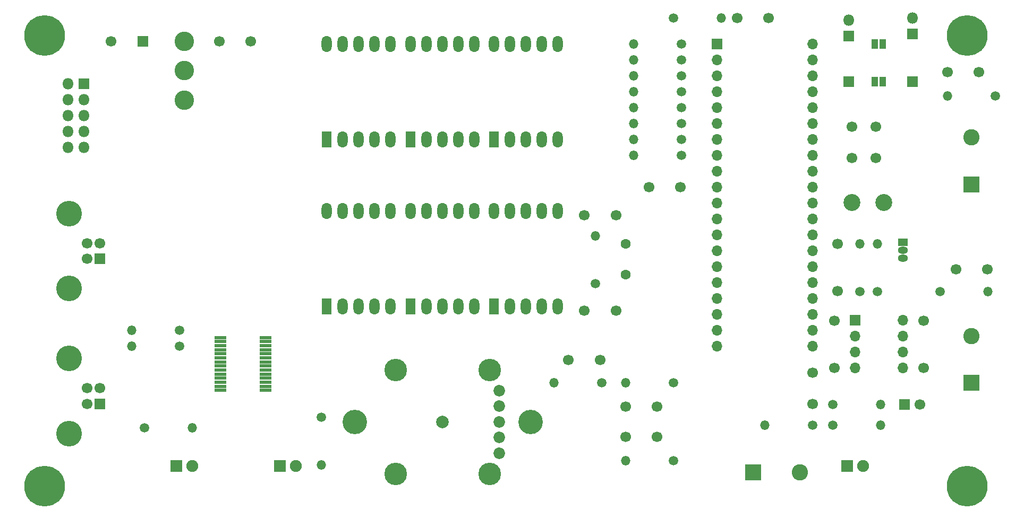
<source format=gbr>
%TF.GenerationSoftware,KiCad,Pcbnew,(5.1.6)-1*%
%TF.CreationDate,2020-10-11T17:06:20+02:00*%
%TF.ProjectId,Solaranlage,536f6c61-7261-46e6-9c61-67652e6b6963,rev?*%
%TF.SameCoordinates,Original*%
%TF.FileFunction,Soldermask,Top*%
%TF.FilePolarity,Negative*%
%FSLAX46Y46*%
G04 Gerber Fmt 4.6, Leading zero omitted, Abs format (unit mm)*
G04 Created by KiCad (PCBNEW (5.1.6)-1) date 2020-10-11 17:06:20*
%MOMM*%
%LPD*%
G01*
G04 APERTURE LIST*
%ADD10O,1.500000X1.500000*%
%ADD11C,1.500000*%
%ADD12R,1.600000X1.150000*%
%ADD13O,1.600000X1.150000*%
%ADD14C,1.700000*%
%ADD15R,1.700000X1.700000*%
%ADD16O,1.700000X1.700000*%
%ADD17C,1.600000*%
%ADD18C,3.100000*%
%ADD19C,2.700000*%
%ADD20O,1.800000X1.800000*%
%ADD21R,1.800000X1.800000*%
%ADD22C,1.900000*%
%ADD23R,1.900000X1.900000*%
%ADD24R,1.100000X1.600000*%
%ADD25C,3.900000*%
%ADD26C,4.100000*%
%ADD27R,1.850000X0.550000*%
%ADD28C,2.600000*%
%ADD29R,2.600000X2.600000*%
%ADD30C,3.600000*%
%ADD31C,2.000000*%
%ADD32C,1.850000*%
%ADD33C,0.900000*%
%ADD34C,6.500000*%
%ADD35R,1.624000X2.624000*%
%ADD36O,1.624000X2.624000*%
G04 APERTURE END LIST*
D10*
%TO.C,R24*%
X208788000Y-120650000D03*
D11*
X201168000Y-120650000D03*
%TD*%
D12*
%TO.C,Q1*%
X212344000Y-94742000D03*
D13*
X212344000Y-97282000D03*
X212344000Y-96012000D03*
%TD*%
D14*
%TO.C,C17*%
X201422000Y-107308000D03*
X201422000Y-114808000D03*
%TD*%
%TO.C,C16*%
X215098000Y-120650000D03*
D15*
X212598000Y-120650000D03*
%TD*%
D14*
%TO.C,C1*%
X215646000Y-107308000D03*
X215646000Y-114808000D03*
%TD*%
%TO.C,C15*%
X201930000Y-102496000D03*
X201930000Y-94996000D03*
%TD*%
D16*
%TO.C,U10*%
X212344000Y-107188000D03*
X204724000Y-114808000D03*
X212344000Y-109728000D03*
X204724000Y-112268000D03*
X212344000Y-112268000D03*
X204724000Y-109728000D03*
X212344000Y-114808000D03*
D15*
X204724000Y-107188000D03*
%TD*%
D10*
%TO.C,R23*%
X208280000Y-94976000D03*
D11*
X208280000Y-102596000D03*
%TD*%
D10*
%TO.C,R22*%
X205486000Y-94976000D03*
D11*
X205486000Y-102596000D03*
%TD*%
D17*
%TO.C,Y1*%
X168148000Y-99896000D03*
X168148000Y-94996000D03*
%TD*%
D18*
%TO.C,SW2*%
X97795000Y-72010000D03*
X97795000Y-67310000D03*
X97795000Y-62610000D03*
%TD*%
D14*
%TO.C,C14*%
X171938000Y-85948000D03*
X176938000Y-85948000D03*
%TD*%
D10*
%TO.C,R21*%
X163322000Y-93726000D03*
D11*
X163322000Y-101346000D03*
%TD*%
D14*
%TO.C,C13*%
X166624000Y-105664000D03*
X161624000Y-105664000D03*
%TD*%
%TO.C,C12*%
X161624000Y-90424000D03*
X166624000Y-90424000D03*
%TD*%
D19*
%TO.C,L1*%
X204296000Y-88392000D03*
X209296000Y-88392000D03*
%TD*%
D14*
%TO.C,C11*%
X208026000Y-76280000D03*
X208026000Y-81280000D03*
%TD*%
%TO.C,C2*%
X204216000Y-76280000D03*
X204216000Y-81280000D03*
%TD*%
D20*
%TO.C,J7*%
X213868000Y-58928000D03*
D21*
X213868000Y-61468000D03*
%TD*%
D10*
%TO.C,R20*%
X208788000Y-123952000D03*
D11*
X201168000Y-123952000D03*
%TD*%
D22*
%TO.C,D3*%
X205994000Y-130429000D03*
D23*
X203454000Y-130429000D03*
%TD*%
D20*
%TO.C,J9*%
X203708000Y-59227000D03*
D21*
X203708000Y-61767000D03*
%TD*%
D24*
%TO.C,JP2*%
X209184000Y-69088000D03*
X207884000Y-69088000D03*
%TD*%
%TO.C,JP1*%
X209184000Y-63037000D03*
X207884000Y-63037000D03*
%TD*%
D21*
%TO.C,J10*%
X203708000Y-69088000D03*
%TD*%
%TO.C,J8*%
X213868000Y-69088000D03*
%TD*%
D25*
%TO.C,H6*%
X125008000Y-123413000D03*
%TD*%
%TO.C,H5*%
X153008000Y-123413000D03*
%TD*%
D26*
%TO.C,J4*%
X79468000Y-125273000D03*
X79468000Y-113273000D03*
D14*
X82328000Y-120523000D03*
X82328000Y-118023000D03*
X84328000Y-118023000D03*
D15*
X84328000Y-120523000D03*
%TD*%
D26*
%TO.C,J5*%
X79468000Y-102128000D03*
X79468000Y-90128000D03*
D14*
X82328000Y-97378000D03*
X82328000Y-94878000D03*
X84328000Y-94878000D03*
D15*
X84328000Y-97378000D03*
%TD*%
D27*
%TO.C,U8*%
X103588000Y-118398000D03*
X103588000Y-117748000D03*
X103588000Y-117098000D03*
X103588000Y-116448000D03*
X103588000Y-115798000D03*
X103588000Y-115148000D03*
X103588000Y-114498000D03*
X103588000Y-113848000D03*
X103588000Y-113198000D03*
X103588000Y-112548000D03*
X103588000Y-111898000D03*
X103588000Y-111248000D03*
X103588000Y-110598000D03*
X103588000Y-109948000D03*
X110788000Y-109948000D03*
X110788000Y-110598000D03*
X110788000Y-111248000D03*
X110788000Y-111898000D03*
X110788000Y-112548000D03*
X110788000Y-113198000D03*
X110788000Y-113848000D03*
X110788000Y-114498000D03*
X110788000Y-115148000D03*
X110788000Y-115798000D03*
X110788000Y-116448000D03*
X110788000Y-117098000D03*
X110788000Y-117748000D03*
X110788000Y-118398000D03*
%TD*%
D10*
%TO.C,R17*%
X99060000Y-124333000D03*
D11*
X91440000Y-124333000D03*
%TD*%
D22*
%TO.C,D1*%
X99060000Y-130429000D03*
D23*
X96520000Y-130429000D03*
%TD*%
D10*
%TO.C,R19*%
X190373000Y-123952000D03*
D11*
X197993000Y-123952000D03*
%TD*%
D14*
%TO.C,C10*%
X197993000Y-115523000D03*
X197993000Y-120523000D03*
%TD*%
D10*
%TO.C,R18*%
X119634000Y-130302000D03*
D11*
X119634000Y-122682000D03*
%TD*%
D22*
%TO.C,D2*%
X115570000Y-130429000D03*
D23*
X113030000Y-130429000D03*
%TD*%
D28*
%TO.C,J6*%
X195968000Y-131445000D03*
D29*
X188468000Y-131445000D03*
%TD*%
D14*
%TO.C,C9*%
X159084000Y-113538000D03*
X164084000Y-113538000D03*
%TD*%
D30*
%TO.C,SW1*%
X146508000Y-115113000D03*
X146508000Y-131713000D03*
X131508000Y-115113000D03*
X131508000Y-131713000D03*
D31*
X139008000Y-123413000D03*
D32*
X148008000Y-125913000D03*
X148008000Y-128413000D03*
X148008000Y-123413000D03*
X148008000Y-120913000D03*
X148008000Y-118413000D03*
%TD*%
D10*
%TO.C,R16*%
X156718000Y-117190000D03*
D11*
X164338000Y-117190000D03*
%TD*%
D33*
%TO.C,H4*%
X224285056Y-132010944D03*
X222588000Y-131308000D03*
X220890944Y-132010944D03*
X220188000Y-133708000D03*
X220890944Y-135405056D03*
X222588000Y-136108000D03*
X224285056Y-135405056D03*
X224988000Y-133708000D03*
D34*
X222588000Y-133708000D03*
%TD*%
D33*
%TO.C,H3*%
X77285056Y-60010944D03*
X75588000Y-59308000D03*
X73890944Y-60010944D03*
X73188000Y-61708000D03*
X73890944Y-63405056D03*
X75588000Y-64108000D03*
X77285056Y-63405056D03*
X77988000Y-61708000D03*
D34*
X75588000Y-61708000D03*
%TD*%
D33*
%TO.C,H2*%
X224285056Y-60010944D03*
X222588000Y-59308000D03*
X220890944Y-60010944D03*
X220188000Y-61708000D03*
X220890944Y-63405056D03*
X222588000Y-64108000D03*
X224285056Y-63405056D03*
X224988000Y-61708000D03*
D34*
X222588000Y-61708000D03*
%TD*%
D33*
%TO.C,H1*%
X77285056Y-132010944D03*
X75588000Y-131308000D03*
X73890944Y-132010944D03*
X73188000Y-133708000D03*
X73890944Y-135405056D03*
X75588000Y-136108000D03*
X77285056Y-135405056D03*
X77988000Y-133708000D03*
D34*
X75588000Y-133708000D03*
%TD*%
D16*
%TO.C,U7*%
X197993000Y-63088000D03*
X182753000Y-111348000D03*
X197993000Y-65628000D03*
X182753000Y-108808000D03*
X197993000Y-68168000D03*
X182753000Y-106268000D03*
X197993000Y-70708000D03*
X182753000Y-103728000D03*
X197993000Y-73248000D03*
X182753000Y-101188000D03*
X197993000Y-75788000D03*
X182753000Y-98648000D03*
X197993000Y-78328000D03*
X182753000Y-96108000D03*
X197993000Y-80868000D03*
X182753000Y-93568000D03*
X197993000Y-83408000D03*
X182753000Y-91028000D03*
X197993000Y-85948000D03*
X182753000Y-88488000D03*
X197993000Y-88488000D03*
X182753000Y-85948000D03*
X197993000Y-91028000D03*
X182753000Y-83408000D03*
X197993000Y-93568000D03*
X182753000Y-80868000D03*
X197993000Y-96108000D03*
X182753000Y-78328000D03*
X197993000Y-98648000D03*
X182753000Y-75788000D03*
X197993000Y-101188000D03*
X182753000Y-73248000D03*
X197993000Y-103728000D03*
X182753000Y-70708000D03*
X197993000Y-106268000D03*
X182753000Y-68168000D03*
X197993000Y-108808000D03*
X182753000Y-65628000D03*
X197993000Y-111348000D03*
D15*
X182753000Y-63088000D03*
%TD*%
D35*
%TO.C,U6*%
X147193000Y-104998000D03*
D36*
X149733000Y-104998000D03*
X152273000Y-104998000D03*
X154813000Y-104998000D03*
X157353000Y-104998000D03*
X157353000Y-89758000D03*
X154813000Y-89758000D03*
X152273000Y-89758000D03*
X149733000Y-89758000D03*
X147193000Y-89758000D03*
%TD*%
D35*
%TO.C,U5*%
X147193000Y-78328000D03*
D36*
X149733000Y-78328000D03*
X152273000Y-78328000D03*
X154813000Y-78328000D03*
X157353000Y-78328000D03*
X157353000Y-63088000D03*
X154813000Y-63088000D03*
X152273000Y-63088000D03*
X149733000Y-63088000D03*
X147193000Y-63088000D03*
%TD*%
D35*
%TO.C,U4*%
X133928000Y-104998000D03*
D36*
X136468000Y-104998000D03*
X139008000Y-104998000D03*
X141548000Y-104998000D03*
X144088000Y-104998000D03*
X144088000Y-89758000D03*
X141548000Y-89758000D03*
X139008000Y-89758000D03*
X136468000Y-89758000D03*
X133928000Y-89758000D03*
%TD*%
D35*
%TO.C,U3*%
X133928000Y-78328000D03*
D36*
X136468000Y-78328000D03*
X139008000Y-78328000D03*
X141548000Y-78328000D03*
X144088000Y-78328000D03*
X144088000Y-63088000D03*
X141548000Y-63088000D03*
X139008000Y-63088000D03*
X136468000Y-63088000D03*
X133928000Y-63088000D03*
%TD*%
D35*
%TO.C,U2*%
X120523000Y-104998000D03*
D36*
X123063000Y-104998000D03*
X125603000Y-104998000D03*
X128143000Y-104998000D03*
X130683000Y-104998000D03*
X130683000Y-89758000D03*
X128143000Y-89758000D03*
X125603000Y-89758000D03*
X123063000Y-89758000D03*
X120523000Y-89758000D03*
%TD*%
D35*
%TO.C,U1*%
X120523000Y-78328000D03*
D36*
X123063000Y-78328000D03*
X125603000Y-78328000D03*
X128143000Y-78328000D03*
X130683000Y-78328000D03*
X130683000Y-63088000D03*
X128143000Y-63088000D03*
X125603000Y-63088000D03*
X123063000Y-63088000D03*
X120523000Y-63088000D03*
%TD*%
D10*
%TO.C,R15*%
X168148000Y-117190000D03*
D11*
X175768000Y-117190000D03*
%TD*%
D10*
%TO.C,R14*%
X168148000Y-129636000D03*
D11*
X175768000Y-129636000D03*
%TD*%
D10*
%TO.C,R13*%
X89408000Y-111348000D03*
D11*
X97028000Y-111348000D03*
%TD*%
D10*
%TO.C,R12*%
X89408000Y-108808000D03*
D11*
X97028000Y-108808000D03*
%TD*%
D10*
%TO.C,R11*%
X183388000Y-58928000D03*
D11*
X175768000Y-58928000D03*
%TD*%
D10*
%TO.C,R10*%
X169418000Y-80868000D03*
D11*
X177038000Y-80868000D03*
%TD*%
D10*
%TO.C,R9*%
X169418000Y-75788000D03*
D11*
X177038000Y-75788000D03*
%TD*%
D10*
%TO.C,R8*%
X169418000Y-70708000D03*
D11*
X177038000Y-70708000D03*
%TD*%
D10*
%TO.C,R7*%
X169418000Y-65628000D03*
D11*
X177038000Y-65628000D03*
%TD*%
D10*
%TO.C,R6*%
X169418000Y-78328000D03*
D11*
X177038000Y-78328000D03*
%TD*%
D10*
%TO.C,R5*%
X169418000Y-73248000D03*
D11*
X177038000Y-73248000D03*
%TD*%
D10*
%TO.C,R4*%
X169418000Y-68168000D03*
D11*
X177038000Y-68168000D03*
%TD*%
D10*
%TO.C,R3*%
X169418000Y-63088000D03*
D11*
X177038000Y-63088000D03*
%TD*%
D10*
%TO.C,R2*%
X225933000Y-102585000D03*
D11*
X218313000Y-102585000D03*
%TD*%
D10*
%TO.C,R1*%
X219456000Y-71374000D03*
D11*
X227076000Y-71374000D03*
%TD*%
D20*
%TO.C,J3*%
X79248000Y-79598000D03*
X81788000Y-79598000D03*
X79248000Y-77058000D03*
X81788000Y-77058000D03*
X79248000Y-74518000D03*
X81788000Y-74518000D03*
X79248000Y-71978000D03*
X81788000Y-71978000D03*
X79248000Y-69438000D03*
D21*
X81788000Y-69438000D03*
%TD*%
D28*
%TO.C,J2*%
X223266000Y-109690000D03*
D29*
X223266000Y-117190000D03*
%TD*%
D28*
%TO.C,J1*%
X223266000Y-77971000D03*
D29*
X223266000Y-85471000D03*
%TD*%
D14*
%TO.C,C8*%
X173148000Y-121000000D03*
X168148000Y-121000000D03*
%TD*%
%TO.C,C7*%
X108378000Y-62610000D03*
X103378000Y-62610000D03*
%TD*%
%TO.C,C6*%
X173148000Y-125826000D03*
X168148000Y-125826000D03*
%TD*%
%TO.C,C5*%
X190928000Y-58928000D03*
X185928000Y-58928000D03*
%TD*%
%TO.C,C4*%
X220833000Y-99060000D03*
X225833000Y-99060000D03*
%TD*%
%TO.C,C3*%
X224456000Y-67564000D03*
X219456000Y-67564000D03*
%TD*%
%TO.C,10u1*%
X86186000Y-62610000D03*
D15*
X91186000Y-62610000D03*
%TD*%
M02*

</source>
